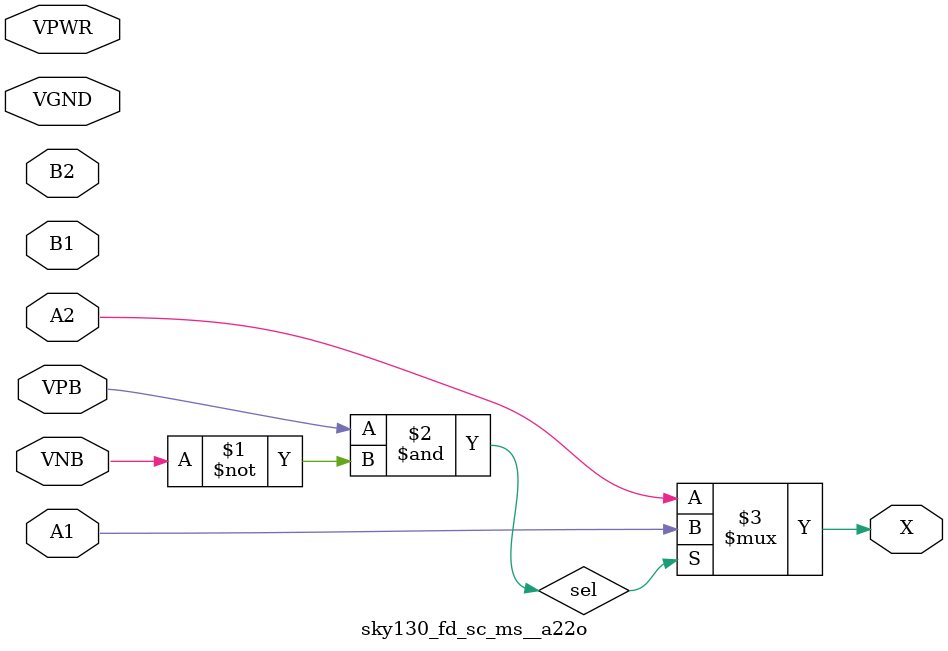
<source format=v>

module sky130_fd_sc_ms__a22o (
    X   ,
    A1  ,
    A2  ,
    B1  ,
    B2  ,
    VPWR,
    VGND,
    VPB ,
    VNB
);

    output X   ;
    input  A1  ;
    input  A2  ;
    input  B1  ;
    input  B2  ;
    input  VPWR;
    input  VGND;
    input  VPB ;
    input  VNB ;

    wire sel;

    assign sel = VPB & ~VNB;

    assign X = sel ? A1 : A2;
    // assign X = sel ? A1 : B1;
    // assign X = sel ? B2 : A2;

endmodule
</source>
